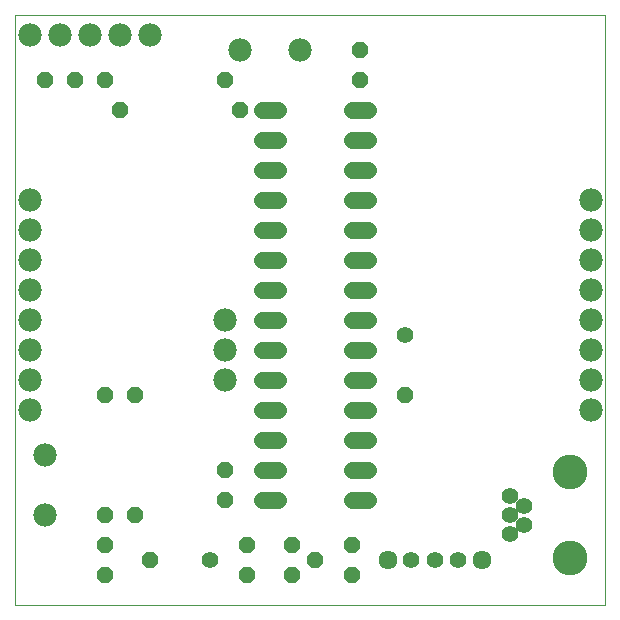
<source format=gbs>
G75*
%MOIN*%
%OFA0B0*%
%FSLAX25Y25*%
%IPPOS*%
%LPD*%
%AMOC8*
5,1,8,0,0,1.08239X$1,22.5*
%
%ADD10C,0.00000*%
%ADD11OC8,0.05600*%
%ADD12C,0.05600*%
%ADD13C,0.05550*%
%ADD14C,0.11620*%
%ADD15C,0.07800*%
%ADD16C,0.05600*%
%ADD17C,0.06337*%
D10*
X0011800Y0011800D02*
X0011800Y0208650D01*
X0208650Y0208650D01*
X0208650Y0011800D01*
X0011800Y0011800D01*
D11*
X0041800Y0021800D03*
X0041800Y0031800D03*
X0041800Y0041800D03*
X0051800Y0041800D03*
X0056800Y0026800D03*
X0081800Y0046800D03*
X0081800Y0056800D03*
X0089300Y0031800D03*
X0089300Y0021800D03*
X0104300Y0021800D03*
X0111800Y0026800D03*
X0104300Y0031800D03*
X0124300Y0031800D03*
X0124300Y0021800D03*
X0141800Y0081800D03*
X0051800Y0081800D03*
X0041800Y0081800D03*
X0046800Y0176800D03*
X0041800Y0186800D03*
X0031800Y0186800D03*
X0021800Y0186800D03*
X0081800Y0186800D03*
X0086800Y0176800D03*
X0126800Y0186800D03*
X0126800Y0196800D03*
D12*
X0141800Y0101800D03*
X0076800Y0026800D03*
D13*
X0143926Y0026800D03*
X0151800Y0026800D03*
X0159674Y0026800D03*
X0176721Y0035501D03*
X0181446Y0038650D03*
X0176721Y0041800D03*
X0181446Y0044950D03*
X0176721Y0048099D03*
D14*
X0196800Y0056170D03*
X0196800Y0027430D03*
D15*
X0203800Y0076800D03*
X0203800Y0086800D03*
X0203800Y0096800D03*
X0203800Y0106800D03*
X0203800Y0116800D03*
X0203800Y0126800D03*
X0203800Y0136800D03*
X0203800Y0146800D03*
X0106800Y0196800D03*
X0086800Y0196800D03*
X0056800Y0201800D03*
X0046800Y0201800D03*
X0036800Y0201800D03*
X0026800Y0201800D03*
X0016800Y0201800D03*
X0016800Y0146800D03*
X0016800Y0136800D03*
X0016800Y0126800D03*
X0016800Y0116800D03*
X0016800Y0106800D03*
X0016800Y0096800D03*
X0016800Y0086800D03*
X0016800Y0076800D03*
X0021800Y0061800D03*
X0021800Y0041800D03*
X0081800Y0086800D03*
X0081800Y0096800D03*
X0081800Y0106800D03*
D16*
X0094200Y0106800D02*
X0099400Y0106800D01*
X0099400Y0116800D02*
X0094200Y0116800D01*
X0094200Y0126800D02*
X0099400Y0126800D01*
X0099400Y0136800D02*
X0094200Y0136800D01*
X0094200Y0146800D02*
X0099400Y0146800D01*
X0099400Y0156800D02*
X0094200Y0156800D01*
X0094200Y0166800D02*
X0099400Y0166800D01*
X0099400Y0176800D02*
X0094200Y0176800D01*
X0124200Y0176800D02*
X0129400Y0176800D01*
X0129400Y0166800D02*
X0124200Y0166800D01*
X0124200Y0156800D02*
X0129400Y0156800D01*
X0129400Y0146800D02*
X0124200Y0146800D01*
X0124200Y0136800D02*
X0129400Y0136800D01*
X0129400Y0126800D02*
X0124200Y0126800D01*
X0124200Y0116800D02*
X0129400Y0116800D01*
X0129400Y0106800D02*
X0124200Y0106800D01*
X0124200Y0096800D02*
X0129400Y0096800D01*
X0129400Y0086800D02*
X0124200Y0086800D01*
X0124200Y0076800D02*
X0129400Y0076800D01*
X0129400Y0066800D02*
X0124200Y0066800D01*
X0124200Y0056800D02*
X0129400Y0056800D01*
X0129400Y0046800D02*
X0124200Y0046800D01*
X0099400Y0046800D02*
X0094200Y0046800D01*
X0094200Y0056800D02*
X0099400Y0056800D01*
X0099400Y0066800D02*
X0094200Y0066800D01*
X0094200Y0076800D02*
X0099400Y0076800D01*
X0099400Y0086800D02*
X0094200Y0086800D01*
X0094200Y0096800D02*
X0099400Y0096800D01*
D17*
X0136052Y0026800D03*
X0167548Y0026800D03*
M02*

</source>
